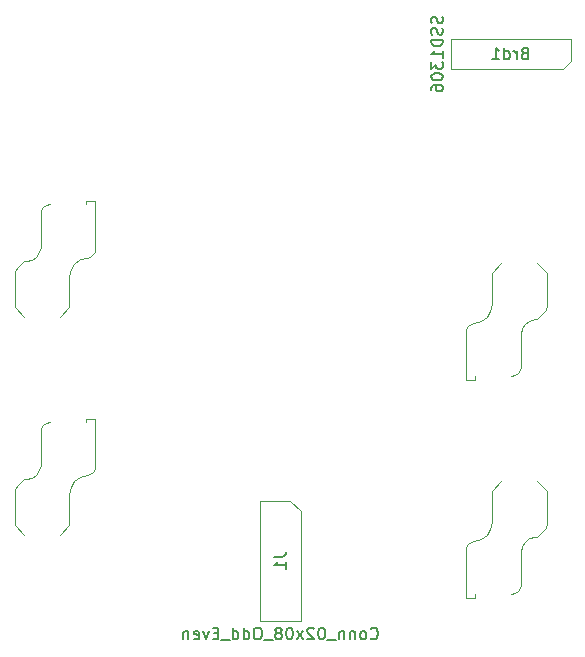
<source format=gbr>
%TF.GenerationSoftware,KiCad,Pcbnew,9.0.2*%
%TF.CreationDate,2025-06-05T16:57:42+02:00*%
%TF.ProjectId,MaSe,4d615365-2e6b-4696-9361-645f70636258,rev?*%
%TF.SameCoordinates,Original*%
%TF.FileFunction,AssemblyDrawing,Bot*%
%FSLAX46Y46*%
G04 Gerber Fmt 4.6, Leading zero omitted, Abs format (unit mm)*
G04 Created by KiCad (PCBNEW 9.0.2) date 2025-06-05 16:57:42*
%MOMM*%
%LPD*%
G01*
G04 APERTURE LIST*
%ADD10C,0.150000*%
%ADD11C,0.100000*%
G04 APERTURE END LIST*
D10*
X67577200Y-15308333D02*
X67624819Y-15451190D01*
X67624819Y-15451190D02*
X67624819Y-15689285D01*
X67624819Y-15689285D02*
X67577200Y-15784523D01*
X67577200Y-15784523D02*
X67529580Y-15832142D01*
X67529580Y-15832142D02*
X67434342Y-15879761D01*
X67434342Y-15879761D02*
X67339104Y-15879761D01*
X67339104Y-15879761D02*
X67243866Y-15832142D01*
X67243866Y-15832142D02*
X67196247Y-15784523D01*
X67196247Y-15784523D02*
X67148628Y-15689285D01*
X67148628Y-15689285D02*
X67101009Y-15498809D01*
X67101009Y-15498809D02*
X67053390Y-15403571D01*
X67053390Y-15403571D02*
X67005771Y-15355952D01*
X67005771Y-15355952D02*
X66910533Y-15308333D01*
X66910533Y-15308333D02*
X66815295Y-15308333D01*
X66815295Y-15308333D02*
X66720057Y-15355952D01*
X66720057Y-15355952D02*
X66672438Y-15403571D01*
X66672438Y-15403571D02*
X66624819Y-15498809D01*
X66624819Y-15498809D02*
X66624819Y-15736904D01*
X66624819Y-15736904D02*
X66672438Y-15879761D01*
X67577200Y-16260714D02*
X67624819Y-16403571D01*
X67624819Y-16403571D02*
X67624819Y-16641666D01*
X67624819Y-16641666D02*
X67577200Y-16736904D01*
X67577200Y-16736904D02*
X67529580Y-16784523D01*
X67529580Y-16784523D02*
X67434342Y-16832142D01*
X67434342Y-16832142D02*
X67339104Y-16832142D01*
X67339104Y-16832142D02*
X67243866Y-16784523D01*
X67243866Y-16784523D02*
X67196247Y-16736904D01*
X67196247Y-16736904D02*
X67148628Y-16641666D01*
X67148628Y-16641666D02*
X67101009Y-16451190D01*
X67101009Y-16451190D02*
X67053390Y-16355952D01*
X67053390Y-16355952D02*
X67005771Y-16308333D01*
X67005771Y-16308333D02*
X66910533Y-16260714D01*
X66910533Y-16260714D02*
X66815295Y-16260714D01*
X66815295Y-16260714D02*
X66720057Y-16308333D01*
X66720057Y-16308333D02*
X66672438Y-16355952D01*
X66672438Y-16355952D02*
X66624819Y-16451190D01*
X66624819Y-16451190D02*
X66624819Y-16689285D01*
X66624819Y-16689285D02*
X66672438Y-16832142D01*
X67624819Y-17260714D02*
X66624819Y-17260714D01*
X66624819Y-17260714D02*
X66624819Y-17498809D01*
X66624819Y-17498809D02*
X66672438Y-17641666D01*
X66672438Y-17641666D02*
X66767676Y-17736904D01*
X66767676Y-17736904D02*
X66862914Y-17784523D01*
X66862914Y-17784523D02*
X67053390Y-17832142D01*
X67053390Y-17832142D02*
X67196247Y-17832142D01*
X67196247Y-17832142D02*
X67386723Y-17784523D01*
X67386723Y-17784523D02*
X67481961Y-17736904D01*
X67481961Y-17736904D02*
X67577200Y-17641666D01*
X67577200Y-17641666D02*
X67624819Y-17498809D01*
X67624819Y-17498809D02*
X67624819Y-17260714D01*
X67624819Y-18784523D02*
X67624819Y-18213095D01*
X67624819Y-18498809D02*
X66624819Y-18498809D01*
X66624819Y-18498809D02*
X66767676Y-18403571D01*
X66767676Y-18403571D02*
X66862914Y-18308333D01*
X66862914Y-18308333D02*
X66910533Y-18213095D01*
X66624819Y-19117857D02*
X66624819Y-19736904D01*
X66624819Y-19736904D02*
X67005771Y-19403571D01*
X67005771Y-19403571D02*
X67005771Y-19546428D01*
X67005771Y-19546428D02*
X67053390Y-19641666D01*
X67053390Y-19641666D02*
X67101009Y-19689285D01*
X67101009Y-19689285D02*
X67196247Y-19736904D01*
X67196247Y-19736904D02*
X67434342Y-19736904D01*
X67434342Y-19736904D02*
X67529580Y-19689285D01*
X67529580Y-19689285D02*
X67577200Y-19641666D01*
X67577200Y-19641666D02*
X67624819Y-19546428D01*
X67624819Y-19546428D02*
X67624819Y-19260714D01*
X67624819Y-19260714D02*
X67577200Y-19165476D01*
X67577200Y-19165476D02*
X67529580Y-19117857D01*
X66624819Y-20355952D02*
X66624819Y-20451190D01*
X66624819Y-20451190D02*
X66672438Y-20546428D01*
X66672438Y-20546428D02*
X66720057Y-20594047D01*
X66720057Y-20594047D02*
X66815295Y-20641666D01*
X66815295Y-20641666D02*
X67005771Y-20689285D01*
X67005771Y-20689285D02*
X67243866Y-20689285D01*
X67243866Y-20689285D02*
X67434342Y-20641666D01*
X67434342Y-20641666D02*
X67529580Y-20594047D01*
X67529580Y-20594047D02*
X67577200Y-20546428D01*
X67577200Y-20546428D02*
X67624819Y-20451190D01*
X67624819Y-20451190D02*
X67624819Y-20355952D01*
X67624819Y-20355952D02*
X67577200Y-20260714D01*
X67577200Y-20260714D02*
X67529580Y-20213095D01*
X67529580Y-20213095D02*
X67434342Y-20165476D01*
X67434342Y-20165476D02*
X67243866Y-20117857D01*
X67243866Y-20117857D02*
X67005771Y-20117857D01*
X67005771Y-20117857D02*
X66815295Y-20165476D01*
X66815295Y-20165476D02*
X66720057Y-20213095D01*
X66720057Y-20213095D02*
X66672438Y-20260714D01*
X66672438Y-20260714D02*
X66624819Y-20355952D01*
X66624819Y-21546428D02*
X66624819Y-21355952D01*
X66624819Y-21355952D02*
X66672438Y-21260714D01*
X66672438Y-21260714D02*
X66720057Y-21213095D01*
X66720057Y-21213095D02*
X66862914Y-21117857D01*
X66862914Y-21117857D02*
X67053390Y-21070238D01*
X67053390Y-21070238D02*
X67434342Y-21070238D01*
X67434342Y-21070238D02*
X67529580Y-21117857D01*
X67529580Y-21117857D02*
X67577200Y-21165476D01*
X67577200Y-21165476D02*
X67624819Y-21260714D01*
X67624819Y-21260714D02*
X67624819Y-21451190D01*
X67624819Y-21451190D02*
X67577200Y-21546428D01*
X67577200Y-21546428D02*
X67529580Y-21594047D01*
X67529580Y-21594047D02*
X67434342Y-21641666D01*
X67434342Y-21641666D02*
X67196247Y-21641666D01*
X67196247Y-21641666D02*
X67101009Y-21594047D01*
X67101009Y-21594047D02*
X67053390Y-21546428D01*
X67053390Y-21546428D02*
X67005771Y-21451190D01*
X67005771Y-21451190D02*
X67005771Y-21260714D01*
X67005771Y-21260714D02*
X67053390Y-21165476D01*
X67053390Y-21165476D02*
X67101009Y-21117857D01*
X67101009Y-21117857D02*
X67196247Y-21070238D01*
X74526666Y-18406009D02*
X74383809Y-18453628D01*
X74383809Y-18453628D02*
X74336190Y-18501247D01*
X74336190Y-18501247D02*
X74288571Y-18596485D01*
X74288571Y-18596485D02*
X74288571Y-18739342D01*
X74288571Y-18739342D02*
X74336190Y-18834580D01*
X74336190Y-18834580D02*
X74383809Y-18882200D01*
X74383809Y-18882200D02*
X74479047Y-18929819D01*
X74479047Y-18929819D02*
X74859999Y-18929819D01*
X74859999Y-18929819D02*
X74859999Y-17929819D01*
X74859999Y-17929819D02*
X74526666Y-17929819D01*
X74526666Y-17929819D02*
X74431428Y-17977438D01*
X74431428Y-17977438D02*
X74383809Y-18025057D01*
X74383809Y-18025057D02*
X74336190Y-18120295D01*
X74336190Y-18120295D02*
X74336190Y-18215533D01*
X74336190Y-18215533D02*
X74383809Y-18310771D01*
X74383809Y-18310771D02*
X74431428Y-18358390D01*
X74431428Y-18358390D02*
X74526666Y-18406009D01*
X74526666Y-18406009D02*
X74859999Y-18406009D01*
X73859999Y-18929819D02*
X73859999Y-18263152D01*
X73859999Y-18453628D02*
X73812380Y-18358390D01*
X73812380Y-18358390D02*
X73764761Y-18310771D01*
X73764761Y-18310771D02*
X73669523Y-18263152D01*
X73669523Y-18263152D02*
X73574285Y-18263152D01*
X72812380Y-18929819D02*
X72812380Y-17929819D01*
X72812380Y-18882200D02*
X72907618Y-18929819D01*
X72907618Y-18929819D02*
X73098094Y-18929819D01*
X73098094Y-18929819D02*
X73193332Y-18882200D01*
X73193332Y-18882200D02*
X73240951Y-18834580D01*
X73240951Y-18834580D02*
X73288570Y-18739342D01*
X73288570Y-18739342D02*
X73288570Y-18453628D01*
X73288570Y-18453628D02*
X73240951Y-18358390D01*
X73240951Y-18358390D02*
X73193332Y-18310771D01*
X73193332Y-18310771D02*
X73098094Y-18263152D01*
X73098094Y-18263152D02*
X72907618Y-18263152D01*
X72907618Y-18263152D02*
X72812380Y-18310771D01*
X71812380Y-18929819D02*
X72383808Y-18929819D01*
X72098094Y-18929819D02*
X72098094Y-17929819D01*
X72098094Y-17929819D02*
X72193332Y-18072676D01*
X72193332Y-18072676D02*
X72288570Y-18167914D01*
X72288570Y-18167914D02*
X72383808Y-18215533D01*
X61507858Y-67939580D02*
X61555477Y-67987200D01*
X61555477Y-67987200D02*
X61698334Y-68034819D01*
X61698334Y-68034819D02*
X61793572Y-68034819D01*
X61793572Y-68034819D02*
X61936429Y-67987200D01*
X61936429Y-67987200D02*
X62031667Y-67891961D01*
X62031667Y-67891961D02*
X62079286Y-67796723D01*
X62079286Y-67796723D02*
X62126905Y-67606247D01*
X62126905Y-67606247D02*
X62126905Y-67463390D01*
X62126905Y-67463390D02*
X62079286Y-67272914D01*
X62079286Y-67272914D02*
X62031667Y-67177676D01*
X62031667Y-67177676D02*
X61936429Y-67082438D01*
X61936429Y-67082438D02*
X61793572Y-67034819D01*
X61793572Y-67034819D02*
X61698334Y-67034819D01*
X61698334Y-67034819D02*
X61555477Y-67082438D01*
X61555477Y-67082438D02*
X61507858Y-67130057D01*
X60936429Y-68034819D02*
X61031667Y-67987200D01*
X61031667Y-67987200D02*
X61079286Y-67939580D01*
X61079286Y-67939580D02*
X61126905Y-67844342D01*
X61126905Y-67844342D02*
X61126905Y-67558628D01*
X61126905Y-67558628D02*
X61079286Y-67463390D01*
X61079286Y-67463390D02*
X61031667Y-67415771D01*
X61031667Y-67415771D02*
X60936429Y-67368152D01*
X60936429Y-67368152D02*
X60793572Y-67368152D01*
X60793572Y-67368152D02*
X60698334Y-67415771D01*
X60698334Y-67415771D02*
X60650715Y-67463390D01*
X60650715Y-67463390D02*
X60603096Y-67558628D01*
X60603096Y-67558628D02*
X60603096Y-67844342D01*
X60603096Y-67844342D02*
X60650715Y-67939580D01*
X60650715Y-67939580D02*
X60698334Y-67987200D01*
X60698334Y-67987200D02*
X60793572Y-68034819D01*
X60793572Y-68034819D02*
X60936429Y-68034819D01*
X60174524Y-67368152D02*
X60174524Y-68034819D01*
X60174524Y-67463390D02*
X60126905Y-67415771D01*
X60126905Y-67415771D02*
X60031667Y-67368152D01*
X60031667Y-67368152D02*
X59888810Y-67368152D01*
X59888810Y-67368152D02*
X59793572Y-67415771D01*
X59793572Y-67415771D02*
X59745953Y-67511009D01*
X59745953Y-67511009D02*
X59745953Y-68034819D01*
X59269762Y-67368152D02*
X59269762Y-68034819D01*
X59269762Y-67463390D02*
X59222143Y-67415771D01*
X59222143Y-67415771D02*
X59126905Y-67368152D01*
X59126905Y-67368152D02*
X58984048Y-67368152D01*
X58984048Y-67368152D02*
X58888810Y-67415771D01*
X58888810Y-67415771D02*
X58841191Y-67511009D01*
X58841191Y-67511009D02*
X58841191Y-68034819D01*
X58603096Y-68130057D02*
X57841191Y-68130057D01*
X57412619Y-67034819D02*
X57317381Y-67034819D01*
X57317381Y-67034819D02*
X57222143Y-67082438D01*
X57222143Y-67082438D02*
X57174524Y-67130057D01*
X57174524Y-67130057D02*
X57126905Y-67225295D01*
X57126905Y-67225295D02*
X57079286Y-67415771D01*
X57079286Y-67415771D02*
X57079286Y-67653866D01*
X57079286Y-67653866D02*
X57126905Y-67844342D01*
X57126905Y-67844342D02*
X57174524Y-67939580D01*
X57174524Y-67939580D02*
X57222143Y-67987200D01*
X57222143Y-67987200D02*
X57317381Y-68034819D01*
X57317381Y-68034819D02*
X57412619Y-68034819D01*
X57412619Y-68034819D02*
X57507857Y-67987200D01*
X57507857Y-67987200D02*
X57555476Y-67939580D01*
X57555476Y-67939580D02*
X57603095Y-67844342D01*
X57603095Y-67844342D02*
X57650714Y-67653866D01*
X57650714Y-67653866D02*
X57650714Y-67415771D01*
X57650714Y-67415771D02*
X57603095Y-67225295D01*
X57603095Y-67225295D02*
X57555476Y-67130057D01*
X57555476Y-67130057D02*
X57507857Y-67082438D01*
X57507857Y-67082438D02*
X57412619Y-67034819D01*
X56698333Y-67130057D02*
X56650714Y-67082438D01*
X56650714Y-67082438D02*
X56555476Y-67034819D01*
X56555476Y-67034819D02*
X56317381Y-67034819D01*
X56317381Y-67034819D02*
X56222143Y-67082438D01*
X56222143Y-67082438D02*
X56174524Y-67130057D01*
X56174524Y-67130057D02*
X56126905Y-67225295D01*
X56126905Y-67225295D02*
X56126905Y-67320533D01*
X56126905Y-67320533D02*
X56174524Y-67463390D01*
X56174524Y-67463390D02*
X56745952Y-68034819D01*
X56745952Y-68034819D02*
X56126905Y-68034819D01*
X55793571Y-68034819D02*
X55269762Y-67368152D01*
X55793571Y-67368152D02*
X55269762Y-68034819D01*
X54698333Y-67034819D02*
X54603095Y-67034819D01*
X54603095Y-67034819D02*
X54507857Y-67082438D01*
X54507857Y-67082438D02*
X54460238Y-67130057D01*
X54460238Y-67130057D02*
X54412619Y-67225295D01*
X54412619Y-67225295D02*
X54365000Y-67415771D01*
X54365000Y-67415771D02*
X54365000Y-67653866D01*
X54365000Y-67653866D02*
X54412619Y-67844342D01*
X54412619Y-67844342D02*
X54460238Y-67939580D01*
X54460238Y-67939580D02*
X54507857Y-67987200D01*
X54507857Y-67987200D02*
X54603095Y-68034819D01*
X54603095Y-68034819D02*
X54698333Y-68034819D01*
X54698333Y-68034819D02*
X54793571Y-67987200D01*
X54793571Y-67987200D02*
X54841190Y-67939580D01*
X54841190Y-67939580D02*
X54888809Y-67844342D01*
X54888809Y-67844342D02*
X54936428Y-67653866D01*
X54936428Y-67653866D02*
X54936428Y-67415771D01*
X54936428Y-67415771D02*
X54888809Y-67225295D01*
X54888809Y-67225295D02*
X54841190Y-67130057D01*
X54841190Y-67130057D02*
X54793571Y-67082438D01*
X54793571Y-67082438D02*
X54698333Y-67034819D01*
X53793571Y-67463390D02*
X53888809Y-67415771D01*
X53888809Y-67415771D02*
X53936428Y-67368152D01*
X53936428Y-67368152D02*
X53984047Y-67272914D01*
X53984047Y-67272914D02*
X53984047Y-67225295D01*
X53984047Y-67225295D02*
X53936428Y-67130057D01*
X53936428Y-67130057D02*
X53888809Y-67082438D01*
X53888809Y-67082438D02*
X53793571Y-67034819D01*
X53793571Y-67034819D02*
X53603095Y-67034819D01*
X53603095Y-67034819D02*
X53507857Y-67082438D01*
X53507857Y-67082438D02*
X53460238Y-67130057D01*
X53460238Y-67130057D02*
X53412619Y-67225295D01*
X53412619Y-67225295D02*
X53412619Y-67272914D01*
X53412619Y-67272914D02*
X53460238Y-67368152D01*
X53460238Y-67368152D02*
X53507857Y-67415771D01*
X53507857Y-67415771D02*
X53603095Y-67463390D01*
X53603095Y-67463390D02*
X53793571Y-67463390D01*
X53793571Y-67463390D02*
X53888809Y-67511009D01*
X53888809Y-67511009D02*
X53936428Y-67558628D01*
X53936428Y-67558628D02*
X53984047Y-67653866D01*
X53984047Y-67653866D02*
X53984047Y-67844342D01*
X53984047Y-67844342D02*
X53936428Y-67939580D01*
X53936428Y-67939580D02*
X53888809Y-67987200D01*
X53888809Y-67987200D02*
X53793571Y-68034819D01*
X53793571Y-68034819D02*
X53603095Y-68034819D01*
X53603095Y-68034819D02*
X53507857Y-67987200D01*
X53507857Y-67987200D02*
X53460238Y-67939580D01*
X53460238Y-67939580D02*
X53412619Y-67844342D01*
X53412619Y-67844342D02*
X53412619Y-67653866D01*
X53412619Y-67653866D02*
X53460238Y-67558628D01*
X53460238Y-67558628D02*
X53507857Y-67511009D01*
X53507857Y-67511009D02*
X53603095Y-67463390D01*
X53222143Y-68130057D02*
X52460238Y-68130057D01*
X52031666Y-67034819D02*
X51841190Y-67034819D01*
X51841190Y-67034819D02*
X51745952Y-67082438D01*
X51745952Y-67082438D02*
X51650714Y-67177676D01*
X51650714Y-67177676D02*
X51603095Y-67368152D01*
X51603095Y-67368152D02*
X51603095Y-67701485D01*
X51603095Y-67701485D02*
X51650714Y-67891961D01*
X51650714Y-67891961D02*
X51745952Y-67987200D01*
X51745952Y-67987200D02*
X51841190Y-68034819D01*
X51841190Y-68034819D02*
X52031666Y-68034819D01*
X52031666Y-68034819D02*
X52126904Y-67987200D01*
X52126904Y-67987200D02*
X52222142Y-67891961D01*
X52222142Y-67891961D02*
X52269761Y-67701485D01*
X52269761Y-67701485D02*
X52269761Y-67368152D01*
X52269761Y-67368152D02*
X52222142Y-67177676D01*
X52222142Y-67177676D02*
X52126904Y-67082438D01*
X52126904Y-67082438D02*
X52031666Y-67034819D01*
X50745952Y-68034819D02*
X50745952Y-67034819D01*
X50745952Y-67987200D02*
X50841190Y-68034819D01*
X50841190Y-68034819D02*
X51031666Y-68034819D01*
X51031666Y-68034819D02*
X51126904Y-67987200D01*
X51126904Y-67987200D02*
X51174523Y-67939580D01*
X51174523Y-67939580D02*
X51222142Y-67844342D01*
X51222142Y-67844342D02*
X51222142Y-67558628D01*
X51222142Y-67558628D02*
X51174523Y-67463390D01*
X51174523Y-67463390D02*
X51126904Y-67415771D01*
X51126904Y-67415771D02*
X51031666Y-67368152D01*
X51031666Y-67368152D02*
X50841190Y-67368152D01*
X50841190Y-67368152D02*
X50745952Y-67415771D01*
X49841190Y-68034819D02*
X49841190Y-67034819D01*
X49841190Y-67987200D02*
X49936428Y-68034819D01*
X49936428Y-68034819D02*
X50126904Y-68034819D01*
X50126904Y-68034819D02*
X50222142Y-67987200D01*
X50222142Y-67987200D02*
X50269761Y-67939580D01*
X50269761Y-67939580D02*
X50317380Y-67844342D01*
X50317380Y-67844342D02*
X50317380Y-67558628D01*
X50317380Y-67558628D02*
X50269761Y-67463390D01*
X50269761Y-67463390D02*
X50222142Y-67415771D01*
X50222142Y-67415771D02*
X50126904Y-67368152D01*
X50126904Y-67368152D02*
X49936428Y-67368152D01*
X49936428Y-67368152D02*
X49841190Y-67415771D01*
X49603095Y-68130057D02*
X48841190Y-68130057D01*
X48603094Y-67511009D02*
X48269761Y-67511009D01*
X48126904Y-68034819D02*
X48603094Y-68034819D01*
X48603094Y-68034819D02*
X48603094Y-67034819D01*
X48603094Y-67034819D02*
X48126904Y-67034819D01*
X47793570Y-67368152D02*
X47555475Y-68034819D01*
X47555475Y-68034819D02*
X47317380Y-67368152D01*
X46555475Y-67987200D02*
X46650713Y-68034819D01*
X46650713Y-68034819D02*
X46841189Y-68034819D01*
X46841189Y-68034819D02*
X46936427Y-67987200D01*
X46936427Y-67987200D02*
X46984046Y-67891961D01*
X46984046Y-67891961D02*
X46984046Y-67511009D01*
X46984046Y-67511009D02*
X46936427Y-67415771D01*
X46936427Y-67415771D02*
X46841189Y-67368152D01*
X46841189Y-67368152D02*
X46650713Y-67368152D01*
X46650713Y-67368152D02*
X46555475Y-67415771D01*
X46555475Y-67415771D02*
X46507856Y-67511009D01*
X46507856Y-67511009D02*
X46507856Y-67606247D01*
X46507856Y-67606247D02*
X46984046Y-67701485D01*
X46079284Y-67368152D02*
X46079284Y-68034819D01*
X46079284Y-67463390D02*
X46031665Y-67415771D01*
X46031665Y-67415771D02*
X45936427Y-67368152D01*
X45936427Y-67368152D02*
X45793570Y-67368152D01*
X45793570Y-67368152D02*
X45698332Y-67415771D01*
X45698332Y-67415771D02*
X45650713Y-67511009D01*
X45650713Y-67511009D02*
X45650713Y-68034819D01*
X53319819Y-61056666D02*
X54034104Y-61056666D01*
X54034104Y-61056666D02*
X54176961Y-61009047D01*
X54176961Y-61009047D02*
X54272200Y-60913809D01*
X54272200Y-60913809D02*
X54319819Y-60770952D01*
X54319819Y-60770952D02*
X54319819Y-60675714D01*
X54319819Y-62056666D02*
X54319819Y-61485238D01*
X54319819Y-61770952D02*
X53319819Y-61770952D01*
X53319819Y-61770952D02*
X53462676Y-61675714D01*
X53462676Y-61675714D02*
X53557914Y-61580476D01*
X53557914Y-61580476D02*
X53605533Y-61485238D01*
D11*
X31355000Y-37214000D02*
X31431000Y-36832000D01*
X31355000Y-39925000D02*
X31355000Y-37214000D01*
X31431000Y-36832000D02*
X31648000Y-36507000D01*
X31648000Y-36507000D02*
X32155000Y-36000000D01*
X32155000Y-36000000D02*
X32355000Y-36000000D01*
X32180000Y-40750000D02*
X31355000Y-39925000D01*
X32355000Y-36000000D02*
X32814000Y-35909000D01*
X32814000Y-35909000D02*
X33204000Y-35649000D01*
X33204000Y-35649000D02*
X33464000Y-35259000D01*
X33464000Y-35259000D02*
X33555000Y-34800000D01*
X33555000Y-32000000D02*
X33616000Y-31694000D01*
X33555000Y-34800000D02*
X33555000Y-32000000D01*
X33616000Y-31694000D02*
X33789000Y-31434000D01*
X33789000Y-31434000D02*
X34049000Y-31261000D01*
X34049000Y-31261000D02*
X34355000Y-31200000D01*
X36005000Y-37300000D02*
X36005000Y-39925000D01*
X36005000Y-39925000D02*
X35180000Y-40750000D01*
X36114000Y-36719000D02*
X36005000Y-37300000D01*
X36427000Y-36217000D02*
X36114000Y-36719000D01*
X36901000Y-35863000D02*
X36427000Y-36217000D01*
X37405000Y-30900000D02*
X38205000Y-30900000D01*
X37405000Y-31200000D02*
X37405000Y-30900000D01*
X37472000Y-35706000D02*
X36901000Y-35863000D01*
X37757000Y-35627000D02*
X37472000Y-35706000D01*
X37994000Y-35450000D02*
X37757000Y-35627000D01*
X38150000Y-35199000D02*
X37994000Y-35450000D01*
X38205000Y-30900000D02*
X38205000Y-34908000D01*
X38205000Y-34908000D02*
X38150000Y-35199000D01*
X69555000Y-60492000D02*
X69610000Y-60201000D01*
X69555000Y-64500000D02*
X69555000Y-60492000D01*
X69610000Y-60201000D02*
X69766000Y-59950000D01*
X69766000Y-59950000D02*
X70003000Y-59773000D01*
X70003000Y-59773000D02*
X70288000Y-59694000D01*
X70288000Y-59694000D02*
X70859000Y-59537000D01*
X70355000Y-64200000D02*
X70355000Y-64500000D01*
X70355000Y-64500000D02*
X69555000Y-64500000D01*
X70859000Y-59537000D02*
X71333000Y-59183000D01*
X71333000Y-59183000D02*
X71646000Y-58681000D01*
X71646000Y-58681000D02*
X71755000Y-58100000D01*
X71755000Y-55475000D02*
X72580000Y-54650000D01*
X71755000Y-58100000D02*
X71755000Y-55475000D01*
X73711000Y-64139000D02*
X73405000Y-64200000D01*
X73971000Y-63966000D02*
X73711000Y-64139000D01*
X74144000Y-63706000D02*
X73971000Y-63966000D01*
X74205000Y-60600000D02*
X74205000Y-63400000D01*
X74205000Y-63400000D02*
X74144000Y-63706000D01*
X74296000Y-60141000D02*
X74205000Y-60600000D01*
X74556000Y-59751000D02*
X74296000Y-60141000D01*
X74946000Y-59491000D02*
X74556000Y-59751000D01*
X75405000Y-59400000D02*
X74946000Y-59491000D01*
X75580000Y-54650000D02*
X76405000Y-55475000D01*
X75605000Y-59400000D02*
X75405000Y-59400000D01*
X76112000Y-58893000D02*
X75605000Y-59400000D01*
X76329000Y-58568000D02*
X76112000Y-58893000D01*
X76405000Y-55475000D02*
X76405000Y-58186000D01*
X76405000Y-58186000D02*
X76329000Y-58568000D01*
X69555000Y-42042000D02*
X69610000Y-41751000D01*
X69555000Y-46050000D02*
X69555000Y-42042000D01*
X69610000Y-41751000D02*
X69766000Y-41500000D01*
X69766000Y-41500000D02*
X70003000Y-41323000D01*
X70003000Y-41323000D02*
X70288000Y-41244000D01*
X70288000Y-41244000D02*
X70859000Y-41087000D01*
X70355000Y-45750000D02*
X70355000Y-46050000D01*
X70355000Y-46050000D02*
X69555000Y-46050000D01*
X70859000Y-41087000D02*
X71333000Y-40733000D01*
X71333000Y-40733000D02*
X71646000Y-40231000D01*
X71646000Y-40231000D02*
X71755000Y-39650000D01*
X71755000Y-37025000D02*
X72580000Y-36200000D01*
X71755000Y-39650000D02*
X71755000Y-37025000D01*
X73711000Y-45689000D02*
X73405000Y-45750000D01*
X73971000Y-45516000D02*
X73711000Y-45689000D01*
X74144000Y-45256000D02*
X73971000Y-45516000D01*
X74205000Y-42150000D02*
X74205000Y-44950000D01*
X74205000Y-44950000D02*
X74144000Y-45256000D01*
X74296000Y-41691000D02*
X74205000Y-42150000D01*
X74556000Y-41301000D02*
X74296000Y-41691000D01*
X74946000Y-41041000D02*
X74556000Y-41301000D01*
X75405000Y-40950000D02*
X74946000Y-41041000D01*
X75580000Y-36200000D02*
X76405000Y-37025000D01*
X75605000Y-40950000D02*
X75405000Y-40950000D01*
X76112000Y-40443000D02*
X75605000Y-40950000D01*
X76329000Y-40118000D02*
X76112000Y-40443000D01*
X76405000Y-37025000D02*
X76405000Y-39736000D01*
X76405000Y-39736000D02*
X76329000Y-40118000D01*
X31355000Y-55664000D02*
X31431000Y-55282000D01*
X31355000Y-58375000D02*
X31355000Y-55664000D01*
X31431000Y-55282000D02*
X31648000Y-54957000D01*
X31648000Y-54957000D02*
X32155000Y-54450000D01*
X32155000Y-54450000D02*
X32355000Y-54450000D01*
X32180000Y-59200000D02*
X31355000Y-58375000D01*
X32355000Y-54450000D02*
X32814000Y-54359000D01*
X32814000Y-54359000D02*
X33204000Y-54099000D01*
X33204000Y-54099000D02*
X33464000Y-53709000D01*
X33464000Y-53709000D02*
X33555000Y-53250000D01*
X33555000Y-50450000D02*
X33616000Y-50144000D01*
X33555000Y-53250000D02*
X33555000Y-50450000D01*
X33616000Y-50144000D02*
X33789000Y-49884000D01*
X33789000Y-49884000D02*
X34049000Y-49711000D01*
X34049000Y-49711000D02*
X34355000Y-49650000D01*
X36005000Y-55750000D02*
X36005000Y-58375000D01*
X36005000Y-58375000D02*
X35180000Y-59200000D01*
X36114000Y-55169000D02*
X36005000Y-55750000D01*
X36427000Y-54667000D02*
X36114000Y-55169000D01*
X36901000Y-54313000D02*
X36427000Y-54667000D01*
X37405000Y-49350000D02*
X38205000Y-49350000D01*
X37405000Y-49650000D02*
X37405000Y-49350000D01*
X37472000Y-54156000D02*
X36901000Y-54313000D01*
X37757000Y-54077000D02*
X37472000Y-54156000D01*
X37994000Y-53900000D02*
X37757000Y-54077000D01*
X38150000Y-53649000D02*
X37994000Y-53900000D01*
X38205000Y-49350000D02*
X38205000Y-53358000D01*
X38205000Y-53358000D02*
X38150000Y-53649000D01*
X68280000Y-17205000D02*
X68280000Y-19745000D01*
X68280000Y-19745000D02*
X77805000Y-19745000D01*
X77805000Y-19745000D02*
X78440000Y-19110000D01*
X78440000Y-17205000D02*
X68280000Y-17205000D01*
X78440000Y-19110000D02*
X78440000Y-17205000D01*
X52160000Y-56310000D02*
X52160000Y-66470000D01*
X52160000Y-66470000D02*
X55570000Y-66470000D01*
X54717500Y-56310000D02*
X52160000Y-56310000D01*
X55570000Y-57162500D02*
X54717500Y-56310000D01*
X55570000Y-66470000D02*
X55570000Y-57162500D01*
M02*

</source>
